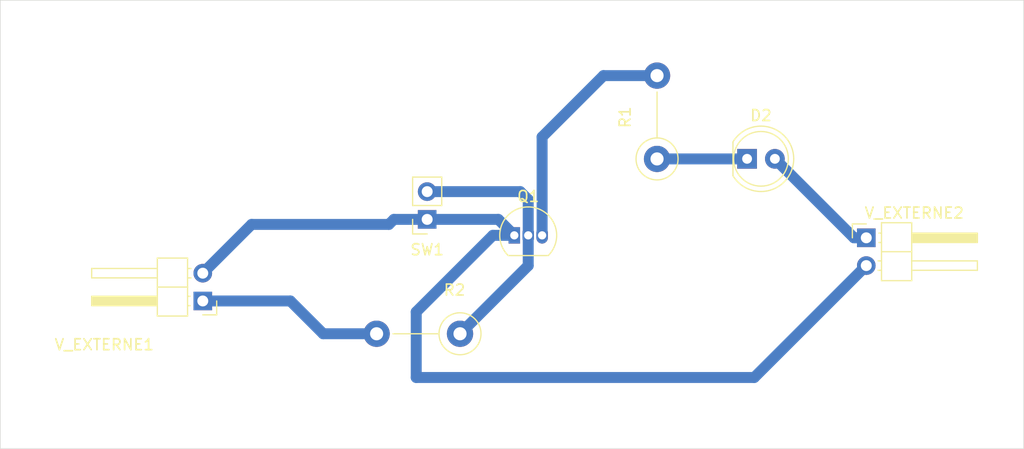
<source format=kicad_pcb>
(kicad_pcb (version 20241229) (generator "pcbnew") (generator_version "9.0")
  (layers (0 "F.Cu" signal) (2 "B.Cu" signal) (13 "F.Paste" user) (15 "B.Paste" user) (5 "F.SilkS" user "F.Silkscreen") (7 "B.SilkS" user "B.Silkscreen") (1 "F.Mask" user) (3 "B.Mask" user) (25 "Edge.Cuts" user))
  (net 0 "")
  (net 1 "VS")
  (net 2 "Net-(D2-K)")
  (net 3 "Net-(Q1-C)")
  (net 4 "GND")
  (net 5 "Net-(Q1-B)")
  (net 6 "VSS_5V")
  (footprint "Connector_PinSocket_2.54mm:PinSocket_1x02_P2.54mm_Vertical" (layer "F.Cu") (at 89.5 48.54 180)
    (property "Reference" "SW1" (at 0 -2.77 0) (layer "F.SilkS"))
    (property "Value" "SW_Push")
    (fp_line (start 1.33 1.27) (end 1.33 3.87) (stroke (width 0.12)) (layer "F.SilkS"))
    (fp_line (start 1.33 -1.33) (end 1.33 0) (stroke (width 0.12)) (layer "F.SilkS"))
    (fp_line (start 0 -1.33) (end 1.33 -1.33) (stroke (width 0.12)) (layer "F.SilkS"))
    (fp_line (start -1.33 3.87) (end 1.33 3.87) (stroke (width 0.12)) (layer "F.SilkS"))
    (fp_line (start -1.33 1.27) (end 1.33 1.27) (stroke (width 0.12)) (layer "F.SilkS"))
    (fp_line (start -1.33 1.27) (end -1.33 3.87) (stroke (width 0.12)) (layer "F.SilkS"))
    (pad "1" thru_hole rect (at 0 0 180) (size 1.7 1.7) (drill 1) (layers "*.Cu" "*.Mask") (net 4 "GND"))
    (pad "2" thru_hole circle (at 0 2.54 180) (size 1.7 1.7) (drill 1) (layers "*.Cu" "*.Mask") (net 5 "Net-(Q1-B)"))
  )
  (footprint "Connector_PinHeader_2.54mm:PinHeader_1x02_P2.54mm_Horizontal" (layer "F.Cu") (at 69 56 180)
    (property "Reference" "V_EXTERNE1" (at 9 -4 0) (layer "F.SilkS"))
    (property "Value" "5VDC")
    (fp_line (start 10.15 2.97) (end 4.15 2.97) (stroke (width 0.12)) (layer "F.SilkS"))
    (fp_line (start 10.15 2.11) (end 10.15 2.97) (stroke (width 0.12)) (layer "F.SilkS"))
    (fp_line (start 4.15 3.92) (end 4.15 -1.38) (stroke (width 0.12)) (layer "F.SilkS"))
    (fp_line (start 4.15 2.11) (end 10.15 2.11) (stroke (width 0.12)) (layer "F.SilkS"))
    (fp_line (start 4.15 -1.38) (end 1.39 -1.38) (stroke (width 0.12)) (layer "F.SilkS"))
    (fp_line (start 1.39 3.92) (end 4.15 3.92) (stroke (width 0.12)) (layer "F.SilkS"))
    (fp_line (start 1.39 1.27) (end 4.15 1.27) (stroke (width 0.12)) (layer "F.SilkS"))
    (fp_line (start 1.39 -1.38) (end 1.39 3.92) (stroke (width 0.12)) (layer "F.SilkS"))
    (fp_line (start 1.16 0.43) (end 1.39 0.43) (stroke (width 0.12)) (layer "F.SilkS"))
    (fp_line (start 1.16 -0.43) (end 1.39 -0.43) (stroke (width 0.12)) (layer "F.SilkS"))
    (fp_line (start 1.077358 2.97) (end 1.39 2.97) (stroke (width 0.12)) (layer "F.SilkS"))
    (fp_line (start 1.077358 2.11) (end 1.39 2.11) (stroke (width 0.12)) (layer "F.SilkS"))
    (fp_line (start -1.27 0) (end -1.27 -1.27) (stroke (width 0.12)) (layer "F.SilkS"))
    (fp_line (start -1.27 -1.27) (end 0 -1.27) (stroke (width 0.12)) (layer "F.SilkS"))
    (fp_rect (start 4.15 -0.43) (end 10.15 0.43) (stroke (width 0.12)) (fill yes) (layer "F.SilkS"))
    (pad "1" thru_hole rect (at 0 0 180) (size 1.7 1.7) (drill 1) (layers "*.Cu" "*.Mask") (net 6 "VSS_5V"))
    (pad "2" thru_hole circle (at 0 2.54 180) (size 1.7 1.7) (drill 1) (layers "*.Cu" "*.Mask") (net 4 "GND"))
  )
  (footprint "Connector_PinHeader_2.54mm:PinHeader_1x02_P2.54mm_Horizontal" (layer "F.Cu") (at 129.615 50.225)
    (property "Reference" "V_EXTERNE2" (at 4.385 -2.27 0) (layer "F.SilkS"))
    (property "Value" "5VDC")
    (fp_line (start -1.27 -1.27) (end 0 -1.27) (stroke (width 0.12)) (layer "F.SilkS"))
    (fp_line (start -1.27 0) (end -1.27 -1.27) (stroke (width 0.12)) (layer "F.SilkS"))
    (fp_line (start 1.077358 2.11) (end 1.39 2.11) (stroke (width 0.12)) (layer "F.SilkS"))
    (fp_line (start 1.077358 2.97) (end 1.39 2.97) (stroke (width 0.12)) (layer "F.SilkS"))
    (fp_line (start 1.16 -0.43) (end 1.39 -0.43) (stroke (width 0.12)) (layer "F.SilkS"))
    (fp_line (start 1.16 0.43) (end 1.39 0.43) (stroke (width 0.12)) (layer "F.SilkS"))
    (fp_line (start 1.39 -1.38) (end 1.39 3.92) (stroke (width 0.12)) (layer "F.SilkS"))
    (fp_line (start 1.39 1.27) (end 4.15 1.27) (stroke (width 0.12)) (layer "F.SilkS"))
    (fp_line (start 1.39 3.92) (end 4.15 3.92) (stroke (width 0.12)) (layer "F.SilkS"))
    (fp_line (start 4.15 -1.38) (end 1.39 -1.38) (stroke (width 0.12)) (layer "F.SilkS"))
    (fp_line (start 4.15 2.11) (end 10.15 2.11) (stroke (width 0.12)) (layer "F.SilkS"))
    (fp_line (start 4.15 3.92) (end 4.15 -1.38) (stroke (width 0.12)) (layer "F.SilkS"))
    (fp_line (start 10.15 2.11) (end 10.15 2.97) (stroke (width 0.12)) (layer "F.SilkS"))
    (fp_line (start 10.15 2.97) (end 4.15 2.97) (stroke (width 0.12)) (layer "F.SilkS"))
    (fp_rect (start 4.15 -0.43) (end 10.15 0.43) (stroke (width 0.12)) (fill yes) (layer "F.SilkS"))
    (pad "1" thru_hole rect (at 0 0) (size 1.7 1.7) (drill 1) (layers "*.Cu" "*.Mask") (net 1 "VS"))
    (pad "2" thru_hole circle (at 0 2.54) (size 1.7 1.7) (drill 1) (layers "*.Cu" "*.Mask") (net 4 "GND"))
  )
  (footprint "LED_THT:LED_D5.0mm" (layer "F.Cu") (at 118.725 43)
    (property "Reference" "D2" (at 1.27 -3.96 0) (layer "F.SilkS"))
    (property "Value" "LED")
    (fp_line (start -1.29 -1.545) (end -1.29 1.545) (stroke (width 0.12)) (layer "F.SilkS"))
    (fp_arc (start -1.29 -1.54483) (mid 2.071779 -2.880495) (end 4.26 0) (stroke (width 0.12)) (layer "F.SilkS"))
    (fp_arc (start 4.26 0) (mid 2.071779 2.880495) (end -1.29 1.54483) (stroke (width 0.12)) (layer "F.SilkS"))
    (fp_circle (center 1.27 0) (end 3.77 0) (stroke (width 0.12)) (fill no) (layer "F.SilkS"))
    (pad "1" thru_hole rect (at 0 0) (size 1.8 1.8) (drill 0.9) (layers "*.Cu" "*.Mask") (net 2 "Net-(D2-K)"))
    (pad "2" thru_hole circle (at 2.54 0) (size 1.8 1.8) (drill 0.9) (layers "*.Cu" "*.Mask") (net 1 "VS"))
  )
  (footprint "Package_TO_SOT_THT:TO-92_Inline" (layer "F.Cu") (at 97.46 50)
    (property "Reference" "Q1" (at 1.27 -3.56 0) (layer "F.SilkS"))
    (property "Value" "PN2222A")
    (fp_line (start -0.53 1.85) (end 3.07 1.85) (stroke (width 0.12)) (layer "F.SilkS"))
    (fp_arc (start -0.568478 1.838478) (mid -1.132087 -0.994977) (end 1.27 -2.6) (stroke (width 0.12)) (layer "F.SilkS"))
    (fp_arc (start 1.27 -2.6) (mid 3.672087 -0.994977) (end 3.108478 1.838478) (stroke (width 0.12)) (layer "F.SilkS"))
    (pad "1" thru_hole rect (at 0 0) (size 1.05 1.5) (drill 0.75) (layers "*.Cu" "*.Mask") (net 4 "GND"))
    (pad "2" thru_hole oval (at 1.27 0) (size 1.05 1.5) (drill 0.75) (layers "*.Cu" "*.Mask") (net 5 "Net-(Q1-B)"))
    (pad "3" thru_hole oval (at 2.54 0) (size 1.05 1.5) (drill 0.75) (layers "*.Cu" "*.Mask") (net 3 "Net-(Q1-C)"))
  )
  (footprint "Resistor_THT:R_Axial_DIN0411_L9.9mm_D3.6mm_P7.62mm_Vertical" (layer "F.Cu") (at 92.5 59 180)
    (property "Reference" "R2" (at 0.5 4 0) (layer "F.SilkS"))
    (property "Value" "220")
    (fp_line (start 1.92 0) (end 6.12 0) (stroke (width 0.12)) (layer "F.SilkS"))
    (fp_circle (center 0 0) (end 1.92 0) (stroke (width 0.12)) (fill no) (layer "F.SilkS"))
    (pad "1" thru_hole circle (at 0 0 180) (size 2.4 2.4) (drill 1.2) (layers "*.Cu" "*.Mask") (net 5 "Net-(Q1-B)"))
    (pad "2" thru_hole circle (at 7.62 0 180) (size 2.4 2.4) (drill 1.2) (layers "*.Cu" "*.Mask") (net 6 "VSS_5V"))
  )
  (footprint "Resistor_THT:R_Axial_DIN0411_L9.9mm_D3.6mm_P7.62mm_Vertical" (layer "F.Cu") (at 110.5 43.01 90)
    (property "Reference" "R1" (at 3.81 -2.92 90) (layer "F.SilkS"))
    (property "Value" "220")
    (fp_line (start 1.92 0) (end 6.12 0) (stroke (width 0.12)) (layer "F.SilkS"))
    (fp_circle (center 0 0) (end 1.92 0) (stroke (width 0.12)) (fill no) (layer "F.SilkS"))
    (pad "1" thru_hole circle (at 0 0 90) (size 2.4 2.4) (drill 1.2) (layers "*.Cu" "*.Mask") (net 2 "Net-(D2-K)"))
    (pad "2" thru_hole circle (at 7.62 0 90) (size 2.4 2.4) (drill 1.2) (layers "*.Cu" "*.Mask") (net 3 "Net-(Q1-C)"))
  )
  (gr_rect (start 50.5 28.5) (end 144 69.5) (stroke (width 0.05)) (fill no) (layer "Edge.Cuts"))
  (segment (start 128.49 50.225) (end 129.615 50.225) (width 1) (layer "B.Cu") (net 1))
  (segment (start 121.265 43) (end 128.49 50.225) (width 1) (layer "B.Cu") (net 1))
  (segment (start 118.715 43.01) (end 118.725 43) (width 1) (layer "B.Cu") (net 2))
  (segment (start 110.5 43.01) (end 118.715 43.01) (width 1) (layer "B.Cu") (net 2))
  (segment (start 100 41) (end 105.61 35.39) (width 1) (layer "B.Cu") (net 3))
  (segment (start 105.61 35.39) (end 110.5 35.39) (width 1) (layer "B.Cu") (net 3))
  (segment (start 100 50) (end 100 41) (width 1) (layer "B.Cu") (net 3))
  (segment (start 86.46 48.54) (end 89.5 48.54) (width 1) (layer "B.Cu") (net 4))
  (segment (start 88.5 63) (end 88.5 57) (width 1) (layer "B.Cu") (net 4))
  (segment (start 86 49) (end 86.46 48.54) (width 1) (layer "B.Cu") (net 4))
  (segment (start 88.5 57) (end 95.5 50) (width 1) (layer "B.Cu") (net 4))
  (segment (start 96 48.54) (end 97.46 50) (width 1) (layer "B.Cu") (net 4))
  (segment (start 95.5 50) (end 97.46 50) (width 1) (layer "B.Cu") (net 4))
  (segment (start 73.46 49) (end 86 49) (width 1) (layer "B.Cu") (net 4))
  (segment (start 89.5 48.54) (end 96 48.54) (width 1) (layer "B.Cu") (net 4))
  (segment (start 129.615 52.765) (end 119.38 63) (width 1) (layer "B.Cu") (net 4))
  (segment (start 69 53.46) (end 73.46 49) (width 1) (layer "B.Cu") (net 4))
  (segment (start 119.38 63) (end 88.5 63) (width 1) (layer "B.Cu") (net 4))
  (segment (start 98.73 52.77) (end 98.73 50) (width 1) (layer "B.Cu") (net 5))
  (segment (start 92.5 59) (end 98.73 52.77) (width 1) (layer "B.Cu") (net 5))
  (segment (start 89.5 46) (end 98 46) (width 1) (layer "B.Cu") (net 5))
  (segment (start 98 46) (end 98.73 46.73) (width 1) (layer "B.Cu") (net 5))
  (segment (start 98.73 46.73) (end 98.73 50) (width 1) (layer "B.Cu") (net 5))
  (segment (start 80 59) (end 84.88 59) (width 1) (layer "B.Cu") (net 6))
  (segment (start 77 56) (end 80 59) (width 1) (layer "B.Cu") (net 6))
  (segment (start 69 56) (end 77 56) (width 1) (layer "B.Cu") (net 6))
)
</source>
